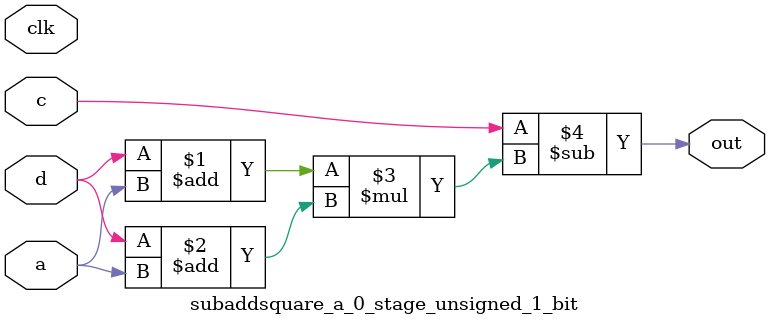
<source format=sv>
(* use_dsp = "yes" *) module subaddsquare_a_0_stage_unsigned_1_bit(
	input  [0:0] a,
	input  [0:0] c,
	input  [0:0] d,
	output [0:0] out,
	input clk);

	assign out = c - ((d + a) * (d + a));
endmodule

</source>
